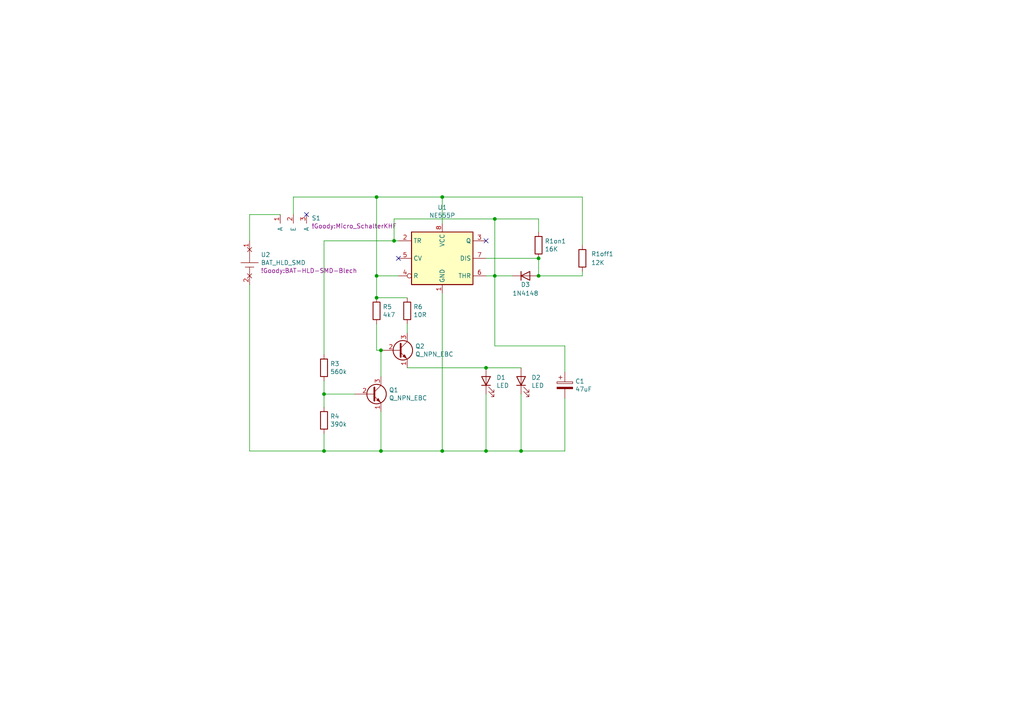
<source format=kicad_sch>
(kicad_sch (version 20230121) (generator eeschema)
  (paper "A4")
  (title_block (title "Lötübung Robi I") (date "11.2023"))
  (lib_symbols
    (symbol "!Goody:BAT_HLD_SMD" (pin_names (offset 1.016))
      (property "Reference" "U" (at -5.08 0 0))
      (property "Value" "BAT_HLD_SMD" (at -10.16 3.81 0))
      (property "Footprint" "KHF_LIB:BAT-HLD-SMD" (at -15.24 6.35 0))
      (symbol "BAT_HLD_SMD_0_1"
        (rectangle (start -1.27 -1.27) (end 1.27 -1.27))
        (rectangle (start -1.27 0) (end -2.54 0))
        (rectangle (start -1.27 0) (end 1.27 0))
        (polyline (pts (xy 0 -3.81) (xy 0 -1.27)))
        (polyline (pts (xy 0 0) (xy 0 3.81)))
        (polyline (pts (xy 1.27 0) (xy 2.54 0)))
      )
      (symbol "BAT_HLD_SMD_1_1"
        (pin power_out non_logic (at 0 6.35 270) (length 2.54) (name "~") (number "1"))
        (pin power_out non_logic (at 0 -6.35 90) (length 2.54) (name "~") (number "2"))
      )
    )
    (symbol "!Goody:ELKO" (pin_numbers hide) (pin_names (offset 0.254))
      (property "Reference" "C" (at 0.635 2.54 0))
      (property "Value" "ELKO" (at 0.635 -2.54 0))
      (symbol "ELKO_0_1"
        (rectangle (start -2.286 0.508) (end 2.286 1.016))
        (polyline (pts (xy -1.778 2.286) (xy -0.762 2.286)))
        (polyline (pts (xy -1.27 2.794) (xy -1.27 1.778)))
        (rectangle (start 2.286 -0.508) (end -2.286 -1.016) (fill (type outline)))
      )
      (symbol "ELKO_1_1"
        (pin passive line (at 0 3.81 270) (length 2.794) (name "~") (number "1"))
        (pin passive line (at 0 -3.81 90) (length 2.794) (name "~") (number "2"))
      )
    )
    (symbol "!Goody:LED" (pin_numbers hide) (pin_names (offset 1.016) hide)
      (property "Reference" "D" (at 0 2.54 0))
      (property "Value" "LED" (at 2.54 -2.54 90))
      (symbol "LED_0_1"
        (polyline (pts (xy 0 -3.81) (xy 0 -1.27)))
        (polyline (pts (xy 1.27 -3.81) (xy -1.27 -3.81)) (stroke (width 0.254)))
        (polyline (pts (xy 1.27 -1.27) (xy -1.27 -1.27) (xy 0 -3.81) (xy 1.27 -1.27)) (stroke (width 0.254)))
        (polyline (pts (xy 0.762 -5.588) (xy 2.286 -7.112) (xy 2.286 -6.35) (xy 2.286 -7.112) (xy 1.524 -7.112)))
        (polyline (pts (xy 0.762 -4.318) (xy 2.286 -5.842) (xy 2.286 -5.08) (xy 2.286 -5.842) (xy 1.524 -5.842)))
      )
      (symbol "LED_1_1"
        (pin passive line (at 0 -6.35 90) (length 2.54) (name "K") (number "1"))
        (pin passive line (at 0 1.27 270) (length 2.54) (name "A") (number "2"))
      )
    )
    (symbol "!Goody:Micro_Schalter" (pin_names (offset 1.016))
      (property "Reference" "S" (at 0 0 0))
      (property "Footprint" "KHF_LIB:Micro_SchalterKHF" (at 0 0 0))
      (symbol "Micro_Schalter_1_1"
        (pin passive line (at -3.81 -2.54 270) (length 2.54) (name "A") (number "1"))
        (pin passive line (at 0 -2.54 270) (length 2.54) (name "E") (number "2"))
        (pin passive line (at 3.81 -2.54 270) (length 2.54) (name "A") (number "3"))
      )
    )
    (symbol "!Goody:R" (pin_numbers hide) (pin_names (offset 0))
      (property "Reference" "R" (at 2.032 0 90))
      (property "Value" "R" (at 0 0 90))
      (symbol "R_0_1"
        (rectangle (start -1.016 -2.54) (end 1.016 2.54) (stroke (width 0.254)))
      )
      (symbol "R_1_1"
        (pin passive line (at 0 3.81 270) (length 1.27) (name "~") (number "1"))
        (pin passive line (at 0 -3.81 90) (length 1.27) (name "~") (number "2"))
      )
    )
    (symbol "Device:Q_NPN_EBC" (pin_names (offset 0) hide)
      (property "Reference" "Q" (at 5.08 1.27 0))
      (property "Value" "Q_NPN_EBC" (at 5.08 -1.27 0))
      (symbol "Q_NPN_EBC_0_1"
        (polyline (pts (xy 0.635 0.635) (xy 2.54 2.54)))
        (polyline (pts (xy 0.635 -0.635) (xy 2.54 -2.54) (xy 2.54 -2.54)))
        (polyline (pts (xy 0.635 1.905) (xy 0.635 -1.905) (xy 0.635 -1.905)) (stroke (width 0.508)))
        (polyline (pts (xy 1.27 -1.778) (xy 1.778 -1.27) (xy 2.286 -2.286) (xy 1.27 -1.778) (xy 1.27 -1.778)) (fill (type outline)))
        (circle (center 1.27 0) (radius 2.8194) (stroke (width 0.254)))
      )
      (symbol "Q_NPN_EBC_1_1"
        (pin passive line (at 2.54 -5.08 90) (length 2.54) (name "E") (number "1"))
        (pin passive line (at -5.08 0 0) (length 5.715) (name "B") (number "2"))
        (pin passive line (at 2.54 5.08 270) (length 2.54) (name "C") (number "3"))
      )
    )
    (symbol "Diode:1N4148" (pin_numbers hide) (pin_names hide)
      (property "Reference" "D" (at 0 2.54 0))
      (property "Value" "1N4148" (at 0 -2.54 0))
      (symbol "1N4148_0_1"
        (polyline (pts (xy -1.27 1.27) (xy -1.27 -1.27)) (stroke (width 0.254)))
        (polyline (pts (xy 1.27 0) (xy -1.27 0)))
        (polyline (pts (xy 1.27 1.27) (xy 1.27 -1.27) (xy -1.27 0) (xy 1.27 1.27)) (stroke (width 0.254)))
      )
      (symbol "1N4148_1_1"
        (pin passive line (at -3.81 0 0) (length 2.54) (name "K") (number "1"))
        (pin passive line (at 3.81 0 180) (length 2.54) (name "A") (number "2"))
      )
    )
    (symbol "Timer:NE555P"
      (property "Reference" "U" (at -10.16 8.89 0))
      (property "Value" "NE555P" (at 2.54 8.89 0))
      (symbol "NE555P_0_0"
        (pin power_in line (at 0 -10.16 90) (length 2.54) (name "GND") (number "1"))
        (pin power_in line (at 0 10.16 270) (length 2.54) (name "VCC") (number "8"))
      )
      (symbol "NE555P_0_1"
        (rectangle (start -8.89 -7.62) (end 8.89 7.62) (stroke (width 0.254)) (fill (type background)))
        (rectangle (start -8.89 -7.62) (end 8.89 7.62) (stroke (width 0.254)) (fill (type background)))
      )
      (symbol "NE555P_1_1"
        (pin input line (at -12.7 5.08 0) (length 3.81) (name "TR") (number "2"))
        (pin output line (at 12.7 5.08 180) (length 3.81) (name "Q") (number "3"))
        (pin input inverted (at -12.7 -5.08 0) (length 3.81) (name "R") (number "4"))
        (pin input line (at -12.7 0 0) (length 3.81) (name "CV") (number "5"))
        (pin input line (at 12.7 -5.08 180) (length 3.81) (name "THR") (number "6"))
        (pin input line (at 12.7 0 180) (length 3.81) (name "DIS") (number "7"))
      )
    )
  )
  (junction (at 156.21 80.01))
  (junction (at 109.22 80.01))
  (junction (at 109.22 86.36))
  (junction (at 109.22 57.15))
  (junction (at 110.49 130.81))
  (junction (at 93.98 130.81))
  (junction (at 114.3 69.85))
  (junction (at 128.27 130.81))
  (junction (at 128.27 57.15))
  (junction (at 143.51 63.5))
  (junction (at 93.98 114.3))
  (junction (at 110.49 101.6))
  (junction (at 156.21 74.93))
  (junction (at 151.13 130.81))
  (junction (at 140.97 130.81))
  (junction (at 140.97 106.68))
  (junction (at 143.51 80.01))
  (no_connect (at 88.9 62.23))
  (no_connect (at 140.97 69.85))
  (no_connect (at 115.57 74.93))
  (wire (pts (xy 109.22 57.15) (xy 128.27 57.15)))
  (wire (pts (xy 156.21 80.01) (xy 168.91 80.01)))
  (wire (pts (xy 118.11 96.52) (xy 118.11 93.98)))
  (wire (pts (xy 118.11 86.36) (xy 109.22 86.36)))
  (wire (pts (xy 93.98 69.85) (xy 114.3 69.85)))
  (wire (pts (xy 93.98 125.73) (xy 93.98 130.81)))
  (wire (pts (xy 143.51 100.33) (xy 163.83 100.33)))
  (wire (pts (xy 72.39 82.55) (xy 72.39 130.81)))
  (wire (pts (xy 156.21 63.5) (xy 143.51 63.5)))
  (wire (pts (xy 72.39 130.81) (xy 93.98 130.81)))
  (wire (pts (xy 109.22 101.6) (xy 110.49 101.6)))
  (wire (pts (xy 93.98 118.11) (xy 93.98 114.3)))
  (wire (pts (xy 143.51 80.01) (xy 143.51 100.33)))
  (wire (pts (xy 109.22 86.36) (xy 109.22 80.01)))
  (wire (pts (xy 168.91 57.15) (xy 168.91 71.12)))
  (wire (pts (xy 72.39 62.23) (xy 81.28 62.23)))
  (wire (pts (xy 140.97 106.68) (xy 151.13 106.68)))
  (wire (pts (xy 93.98 114.3) (xy 93.98 110.49)))
  (wire (pts (xy 128.27 57.15) (xy 128.27 64.77)))
  (wire (pts (xy 140.97 106.68) (xy 118.11 106.68)))
  (wire (pts (xy 85.09 62.23) (xy 85.09 57.15)))
  (wire (pts (xy 128.27 57.15) (xy 168.91 57.15)))
  (wire (pts (xy 163.83 130.81) (xy 151.13 130.81)))
  (wire (pts (xy 93.98 130.81) (xy 110.49 130.81)))
  (wire (pts (xy 110.49 130.81) (xy 128.27 130.81)))
  (wire (pts (xy 163.83 100.33) (xy 163.83 107.95)))
  (wire (pts (xy 72.39 69.85) (xy 72.39 62.23)))
  (wire (pts (xy 128.27 130.81) (xy 140.97 130.81)))
  (wire (pts (xy 110.49 119.38) (xy 110.49 130.81)))
  (wire (pts (xy 140.97 130.81) (xy 151.13 130.81)))
  (wire (pts (xy 140.97 74.93) (xy 156.21 74.93)))
  (wire (pts (xy 148.59 80.01) (xy 143.51 80.01)))
  (wire (pts (xy 140.97 114.3) (xy 140.97 130.81)))
  (wire (pts (xy 156.21 67.31) (xy 156.21 63.5)))
  (wire (pts (xy 110.49 101.6) (xy 110.49 109.22)))
  (wire (pts (xy 163.83 115.57) (xy 163.83 130.81)))
  (wire (pts (xy 93.98 69.85) (xy 93.98 102.87)))
  (wire (pts (xy 156.21 74.93) (xy 156.21 80.01)))
  (wire (pts (xy 143.51 63.5) (xy 114.3 63.5)))
  (wire (pts (xy 109.22 80.01) (xy 109.22 57.15)))
  (wire (pts (xy 115.57 80.01) (xy 109.22 80.01)))
  (wire (pts (xy 168.91 80.01) (xy 168.91 78.74)))
  (wire (pts (xy 114.3 69.85) (xy 115.57 69.85)))
  (wire (pts (xy 85.09 57.15) (xy 109.22 57.15)))
  (wire (pts (xy 143.51 80.01) (xy 143.51 63.5)))
  (wire (pts (xy 102.87 114.3) (xy 93.98 114.3)))
  (wire (pts (xy 143.51 80.01) (xy 140.97 80.01)))
  (wire (pts (xy 109.22 93.98) (xy 109.22 101.6)))
  (wire (pts (xy 128.27 85.09) (xy 128.27 130.81)))
  (wire (pts (xy 151.13 130.81) (xy 151.13 114.3)))
  (wire (pts (xy 114.3 63.5) (xy 114.3 69.85)))
  (symbol (lib_id "Timer:NE555P") (at 128.27 74.93 0) (unit 1)
    (property "Reference" "U1" (at 128.27 60.1726 0))
    (property "Value" "NE555P" (at 128.27 62.484 0))
    (property "Footprint" "Package_DIP:DIP-8_W7.62mm" (effects hide))
    (property "Datasheet" "http://www.ti.com/lit/ds/symlink/ne555.pdf" (effects hide))
  )
  (symbol (lib_id "Diode:1N4148") (at 152.4 80.01 0) (unit 1)
    (property "Reference" "D3" (at 152.4 82.55 0))
    (property "Value" "1N4148" (at 152.4 85.09 0))
    (property "Footprint" "Diode_THT:D_DO-35_SOD27_P7.62mm_Horizontal" (effects hide))
    (property "Datasheet" "https://assets.nexperia.com/documents/data-sheet/1N4148_1N4448.pdf" (effects hide))
  )
  (symbol (lib_id "!Goody:ELKO") (at 163.83 111.76 0) (unit 1)
    (property "Reference" "C1" (at 166.8272 110.5916 0) (effects (justify left)))
    (property "Value" "47uF" (at 166.8272 112.903 0) (effects (justify left)))
    (property "Footprint" "Capacitor_THT:CP_Radial_D6.3mm_P2.50mm" (effects hide))
  )
  (symbol (lib_id "!Goody:R") (at 93.98 106.68 0) (unit 1)
    (property "Reference" "R3" (at 95.758 105.5116 0) (effects (justify left)))
    (property "Value" "560k" (at 95.758 107.823 0) (effects (justify left)))
    (property "Footprint" "Resistor_THT:R_Axial_DIN0207_L6.3mm_D2.5mm_P10.16mm_Horizontal" (effects hide))
  )
  (symbol (lib_id "!Goody:R") (at 93.98 121.92 0) (unit 1)
    (property "Reference" "R4" (at 95.758 120.7516 0) (effects (justify left)))
    (property "Value" "390k" (at 95.758 123.063 0) (effects (justify left)))
    (property "Footprint" "Resistor_THT:R_Axial_DIN0207_L6.3mm_D2.5mm_P10.16mm_Horizontal" (effects hide))
  )
  (symbol (lib_id "Device:Q_NPN_EBC") (at 107.95 114.3 0) (unit 1)
    (property "Reference" "Q1" (at 112.8014 113.1316 0) (effects (justify left)))
    (property "Value" "Q_NPN_EBC" (at 112.8014 115.443 0) (effects (justify left)))
    (property "Footprint" "!Goody:TO-92L_Wide" (effects hide))
  )
  (symbol (lib_id "Device:Q_NPN_EBC") (at 115.57 101.6 0) (unit 1)
    (property "Reference" "Q2" (at 120.4214 100.4316 0) (effects (justify left)))
    (property "Value" "Q_NPN_EBC" (at 120.4214 102.743 0) (effects (justify left)))
    (property "Footprint" "!Goody:TO-92L_Wide" (effects hide))
  )
  (symbol (lib_id "!Goody:LED") (at 140.97 107.95 0) (unit 1)
    (property "Reference" "D1" (at 143.9672 109.4994 0) (effects (justify left)))
    (property "Value" "LED" (at 143.9672 111.8108 0) (effects (justify left)))
    (property "Footprint" "LED_THT:LED_D5.0mm" (effects hide))
  )
  (symbol (lib_id "!Goody:LED") (at 151.13 107.95 0) (unit 1)
    (property "Reference" "D2" (at 154.1272 109.4994 0) (effects (justify left)))
    (property "Value" "LED" (at 154.1272 111.8108 0) (effects (justify left)))
    (property "Footprint" "LED_THT:LED_D5.0mm" (effects hide))
  )
  (symbol (lib_id "!Goody:BAT_HLD_SMD") (at 72.39 76.2 0) (unit 1)
    (property "Reference" "U2" (at 75.6412 73.8886 0) (effects (justify left)))
    (property "Value" "BAT_HLD_SMD" (at 75.6412 76.2 0) (effects (justify left)))
    (property "Footprint" "!Goody:BAT-HLD-SMD-Blech" (at 75.6412 78.5114 0) (effects (justify left)))
  )
  (symbol (lib_id "!Goody:Micro_Schalter") (at 85.09 59.69 0) (unit 1)
    (property "Reference" "S1" (at 90.3732 63.2714 0) (effects (justify left)))
    (property "Value" "Micro_Schalter" (effects hide))
    (property "Footprint" "!Goody:Micro_SchalterKHF" (at 90.3732 65.5828 0) (effects (justify left)))
  )
  (symbol (lib_id "!Goody:R") (at 118.11 90.17 0) (unit 1)
    (property "Reference" "R6" (at 119.888 89.0016 0) (effects (justify left)))
    (property "Value" "10R" (at 119.888 91.313 0) (effects (justify left)))
    (property "Footprint" "Resistor_THT:R_Axial_DIN0207_L6.3mm_D2.5mm_P10.16mm_Horizontal" (effects hide))
  )
  (symbol (lib_id "!Goody:R") (at 109.22 90.17 0) (unit 1)
    (property "Reference" "R5" (at 110.998 89.0016 0) (effects (justify left)))
    (property "Value" "4k7" (at 110.998 91.313 0) (effects (justify left)))
    (property "Footprint" "Resistor_THT:R_Axial_DIN0207_L6.3mm_D2.5mm_P10.16mm_Horizontal" (effects hide))
  )
  (symbol (lib_id "!Goody:R") (at 156.21 71.12 0) (unit 1)
    (property "Reference" "R1on1" (at 157.988 69.9516 0) (effects (justify left)))
    (property "Value" "16K" (at 157.988 72.263 0) (effects (justify left)))
    (property "Footprint" "Resistor_THT:R_Axial_DIN0207_L6.3mm_D2.5mm_P10.16mm_Horizontal" (effects hide))
  )
  (symbol (lib_id "!Goody:R") (at 168.91 74.93 0) (unit 1)
    (property "Reference" "R1off1" (at 171.45 73.66 0) (effects (justify left)))
    (property "Value" "12K" (at 171.45 76.2 0) (effects (justify left)))
    (property "Footprint" "Resistor_THT:R_Axial_DIN0207_L6.3mm_D2.5mm_P10.16mm_Horizontal" (effects hide))
  )
)
</source>
